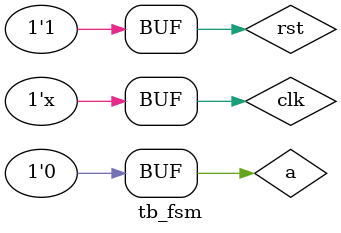
<source format=v>
`timescale 1ns / 1ps


module tb_fsm;
reg clk,rst;
reg a;
wire z;
moorefsm fsm(.clk(clk),.rst(rst),.a(a),.z(z));
 initial
 	begin
 		clk=0;
 		rst=1;
 		#5 rst=0;
 		#3 rst=1;
 		
 		#20  a=1;
 		#100 a=1;
 		#100 a=0;
 		#100 a=0;
 		#100 a=1;
 		#100 a=0;
 		#100 a=0;
 		#100 a=0;
 		#100 a=0;
 		#100 a=1;
 		#100 a=0;
		#100 a=0;
		#100 a=1;
		#100 a=0;
		#100 a=1;
		#100 a=0;
    end
always #50 clk = ~clk; 		
endmodule

</source>
